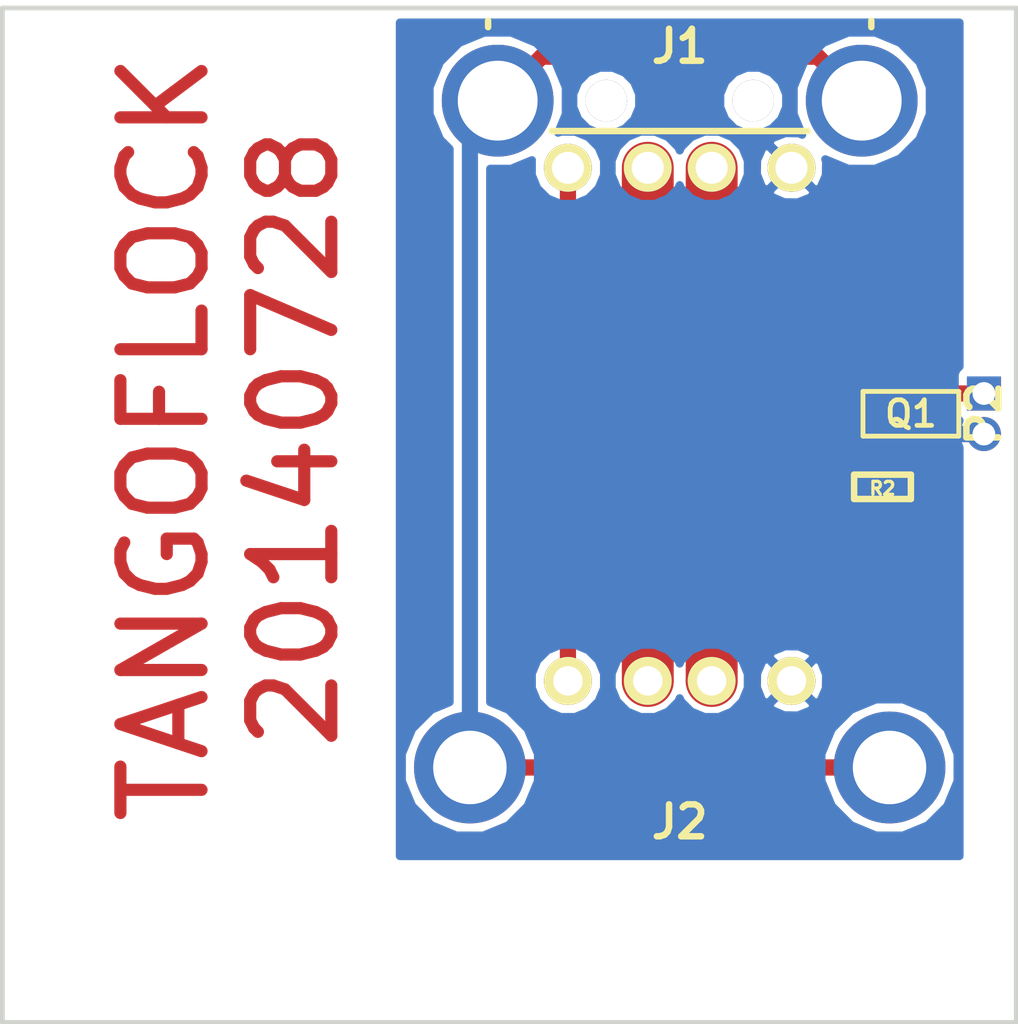
<source format=kicad_pcb>
(kicad_pcb (version 3) (host pcbnew "(2012-nov-02)-stable")

  (general
    (links 14)
    (no_connects 0)
    (area 69.115215 75.7468 108.481755 108.025001)
    (thickness 1.6)
    (drawings 6)
    (tracks 37)
    (zones 0)
    (modules 5)
    (nets 7)
  )

  (page A3)
  (layers
    (15 F.Cu signal)
    (0 B.Cu signal)
    (16 B.Adhes user)
    (17 F.Adhes user)
    (18 B.Paste user)
    (19 F.Paste user)
    (20 B.SilkS user)
    (21 F.SilkS user)
    (22 B.Mask user)
    (23 F.Mask user)
    (24 Dwgs.User user)
    (25 Cmts.User user)
    (26 Eco1.User user)
    (27 Eco2.User user)
    (28 Edge.Cuts user)
  )

  (setup
    (last_trace_width 0.508)
    (user_trace_width 1.6256)
    (trace_clearance 0.2032)
    (zone_clearance 0.254)
    (zone_45_only no)
    (trace_min 0.2032)
    (segment_width 0.15)
    (edge_width 0.15)
    (via_size 0.889)
    (via_drill 0.381)
    (via_min_size 0.889)
    (via_min_drill 0.381)
    (uvia_size 0.508)
    (uvia_drill 0.127)
    (uvias_allowed no)
    (uvia_min_size 0.508)
    (uvia_min_drill 0.127)
    (pcb_text_width 0.3)
    (pcb_text_size 1 1)
    (mod_edge_width 0.15)
    (mod_text_size 1 1)
    (mod_text_width 0.15)
    (pad_size 3.50012 3.50012)
    (pad_drill 2.3)
    (pad_to_mask_clearance 0.0762)
    (aux_axis_origin 0 0)
    (visible_elements FFFFFFBF)
    (pcbplotparams
      (layerselection 283672577)
      (usegerberextensions true)
      (excludeedgelayer true)
      (linewidth 152400)
      (plotframeref false)
      (viasonmask false)
      (mode 1)
      (useauxorigin false)
      (hpglpennumber 1)
      (hpglpenspeed 20)
      (hpglpendiameter 15)
      (hpglpenoverlay 2)
      (psnegative false)
      (psa4output false)
      (plotreference false)
      (plotvalue false)
      (plotothertext true)
      (plotinvisibletext false)
      (padsonsilk false)
      (subtractmaskfromsilk false)
      (outputformat 1)
      (mirror false)
      (drillshape 0)
      (scaleselection 1)
      (outputdirectory gerbers))
  )

  (net 0 "")
  (net 1 /DRAIN)
  (net 2 /GATE)
  (net 3 /SHIELD)
  (net 4 GND)
  (net 5 N-000001)
  (net 6 N-000002)

  (net_class Default "This is the default net class."
    (clearance 0.2032)
    (trace_width 0.508)
    (via_dia 0.889)
    (via_drill 0.381)
    (uvia_dia 0.508)
    (uvia_drill 0.127)
    (add_net "")
    (add_net /DRAIN)
    (add_net /GATE)
    (add_net /SHIELD)
    (add_net GND)
    (add_net N-000001)
    (add_net N-000002)
  )

  (module GSG-0402 (layer F.Cu) (tedit 53B03450) (tstamp 53B0360A)
    (at 103.759 91.186)
    (path /53703213)
    (solder_mask_margin 0.1016)
    (fp_text reference R2 (at 0 0.0508) (layer F.SilkS)
      (effects (font (size 0.4064 0.4064) (thickness 0.1016)))
    )
    (fp_text value 10k (at 0 0.0508) (layer F.SilkS) hide
      (effects (font (size 0.4064 0.4064) (thickness 0.1016)))
    )
    (fp_line (start 0.889 -0.381) (end 0.889 0.381) (layer F.SilkS) (width 0.2032))
    (fp_line (start 0.889 0.381) (end -0.889 0.381) (layer F.SilkS) (width 0.2032))
    (fp_line (start -0.889 0.381) (end -0.889 -0.381) (layer F.SilkS) (width 0.2032))
    (fp_line (start -0.889 -0.381) (end 0.889 -0.381) (layer F.SilkS) (width 0.2032))
    (pad 2 smd rect (at 0.5334 0) (size 0.508 0.5588)
      (layers F.Cu F.Paste F.Mask)
      (net 4 GND)
      (solder_mask_margin 0.1016)
    )
    (pad 1 smd rect (at -0.5334 0) (size 0.508 0.5588)
      (layers F.Cu F.Paste F.Mask)
      (net 2 /GATE)
      (die_length -2147.483648)
      (solder_mask_margin 0.1016)
    )
  )

  (module GSG-50MIL-HEADER-1x2-TH (layer F.Cu) (tedit 53B03A6B) (tstamp 53B035FA)
    (at 106.934 88.9 270)
    (path /53B03152)
    (fp_text reference P2 (at 0 0 270) (layer F.SilkS)
      (effects (font (size 1.00076 1.00076) (thickness 0.2032)))
    )
    (fp_text value ANTENNA (at 0 0 270) (layer F.SilkS) hide
      (effects (font (size 1.00076 1.00076) (thickness 0.2032)))
    )
    (pad 1 thru_hole rect (at -0.635 0 270) (size 1.0668 1.0668) (drill 0.7112)
      (layers *.Cu *.Mask)
      (net 1 /DRAIN)
    )
    (pad 2 thru_hole circle (at 0.635 0 270) (size 1.0668 1.0668) (drill 0.7112)
      (layers *.Cu *.Mask)
      (net 4 GND)
    )
  )

  (module GSG-SOT143B-GDS (layer F.Cu) (tedit 53D5C311) (tstamp 53B035F4)
    (at 104.648 88.9)
    (path /5370319E)
    (fp_text reference Q1 (at 0 0) (layer F.SilkS)
      (effects (font (size 0.8 0.8) (thickness 0.15)))
    )
    (fp_text value MOSFET_N (at 0 0) (layer F.SilkS) hide
      (effects (font (size 0.8 0.8) (thickness 0.15)))
    )
    (fp_line (start -1.5 -0.7) (end 1.5 -0.7) (layer F.SilkS) (width 0.15))
    (fp_line (start 1.5 -0.7) (end 1.5 0.7) (layer F.SilkS) (width 0.15))
    (fp_line (start 1.5 0.7) (end -1.5 0.7) (layer F.SilkS) (width 0.15))
    (fp_line (start -1.5 0.7) (end -1.5 -0.7) (layer F.SilkS) (width 0.15))
    (pad B smd rect (at -0.75 1) (size 1 0.7)
      (layers F.Cu F.Paste F.Mask)
      (net 4 GND)
    )
    (pad S smd rect (at 0.95 1) (size 0.6 0.7)
      (layers F.Cu F.Paste F.Mask)
      (net 4 GND)
    )
    (pad D smd rect (at 0.95 -1) (size 0.6 0.7)
      (layers F.Cu F.Paste F.Mask)
      (net 1 /DRAIN)
    )
    (pad G smd rect (at -0.95 -1) (size 0.6 0.7)
      (layers F.Cu F.Paste F.Mask)
      (net 2 /GATE)
    )
  )

  (module GSG-USB-A-1001-010-01001-SHIELD (layer F.Cu) (tedit 53D68F31) (tstamp 53D68F5A)
    (at 97.409 76.2 180)
    (path /53D68D76)
    (fp_text reference J1 (at 0 -1.19888 180) (layer F.SilkS)
      (effects (font (size 1.00076 1.00076) (thickness 0.2032)))
    )
    (fp_text value USB-DEVICE-SHIELD (at 0 -2.99974 180) (layer F.SilkS) hide
      (effects (font (size 1.00076 1.00076) (thickness 0.2032)))
    )
    (fp_line (start 5.99948 -0.39878) (end 5.99948 -0.59944) (layer F.SilkS) (width 0.2032))
    (fp_line (start -5.99948 -0.39878) (end -5.99948 -0.59944) (layer F.SilkS) (width 0.2032))
    (fp_line (start 4.0005 -3.85064) (end -4.0005 -3.85064) (layer F.SilkS) (width 0.2032))
    (pad 1 thru_hole circle (at 3.50012 -5.00126 180) (size 1.50114 1.50114) (drill 1.00076)
      (layers *.Cu *.Mask F.SilkS)
      (net 5 N-000001)
    )
    (pad 2 thru_hole circle (at 1.00076 -5.00126 180) (size 1.50114 1.50114) (drill 1.00076)
      (layers *.Cu *.Mask F.SilkS)
      (net 6 N-000002)
    )
    (pad 3 thru_hole circle (at -1.00076 -5.00126 180) (size 1.50114 1.50114) (drill 1.00076)
      (layers *.Cu *.Mask F.SilkS)
      (net 2 /GATE)
    )
    (pad 4 thru_hole circle (at -3.50012 -5.00126 180) (size 1.50114 1.50114) (drill 1.00076)
      (layers *.Cu *.Mask F.SilkS)
      (net 4 GND)
    )
    (pad "" thru_hole circle (at 2.30124 -2.90068 180) (size 1.30048 1.30048) (drill 1.30048)
      (layers *.Cu *.Mask)
      (clearance -0.09906)
    )
    (pad "" thru_hole circle (at -2.30124 -2.90068 180) (size 1.30048 1.30048) (drill 1.30048)
      (layers *.Cu *.Mask)
      (clearance -0.09906)
    )
    (pad 5 thru_hole circle (at 5.69976 -2.90068 180) (size 3.50012 3.50012) (drill 2.49936)
      (layers *.Cu *.Mask)
      (net 3 /SHIELD)
    )
    (pad 5 thru_hole circle (at -5.69976 -2.90068 180) (size 3.50012 3.50012) (drill 2.49936)
      (layers *.Cu *.Mask)
      (net 3 /SHIELD)
    )
  )

  (module GSG-USB-A1HSW6 (layer F.Cu) (tedit 53D690DD) (tstamp 53D68F69)
    (at 97.409 102.87)
    (path /53D68D8D)
    (fp_text reference J2 (at 0 -1.19888) (layer F.SilkS)
      (effects (font (size 1.00076 1.00076) (thickness 0.2032)))
    )
    (fp_text value USB-DEVICE-SHIELD (at 0 -2.99974) (layer F.SilkS) hide
      (effects (font (size 1.00076 1.00076) (thickness 0.2032)))
    )
    (pad 4 thru_hole circle (at 3.5 -5.61) (size 1.5 1.5) (drill 0.92)
      (layers *.Cu *.Mask F.SilkS)
      (net 4 GND)
    )
    (pad 3 thru_hole circle (at 1 -5.61) (size 1.5 1.5) (drill 0.92)
      (layers *.Cu *.Mask F.SilkS)
      (net 2 /GATE)
    )
    (pad 2 thru_hole circle (at -1 -5.61) (size 1.5 1.5) (drill 0.92)
      (layers *.Cu *.Mask F.SilkS)
      (net 6 N-000002)
    )
    (pad 1 thru_hole circle (at -3.5 -5.61) (size 1.5 1.5) (drill 0.92)
      (layers *.Cu *.Mask F.SilkS)
      (net 5 N-000001)
    )
    (pad 5 thru_hole circle (at 6.57 -2.9) (size 3.5 3.5) (drill 2.3)
      (layers *.Cu *.Mask)
      (net 3 /SHIELD)
    )
    (pad 5 thru_hole circle (at -6.57 -2.9) (size 3.50012 3.50012) (drill 2.3)
      (layers *.Cu *.Mask)
      (net 3 /SHIELD)
    )
  )

  (gr_line (start 76.2 107.95) (end 76.2 76.2) (angle 90) (layer Edge.Cuts) (width 0.15))
  (gr_line (start 107.95 107.95) (end 76.2 107.95) (angle 90) (layer Edge.Cuts) (width 0.15))
  (gr_line (start 107.95 76.2) (end 107.95 107.95) (angle 90) (layer Edge.Cuts) (width 0.15))
  (gr_line (start 76.2 76.2) (end 107.95 76.2) (angle 90) (layer Edge.Cuts) (width 0.15))
  (gr_text 20140728 (at 85.344 89.662 90) (layer F.Cu)
    (effects (font (size 2.54 2.54) (thickness 0.381)))
  )
  (gr_text TANGOFLOCK (at 81.28 89.662 90) (layer F.Cu)
    (effects (font (size 2.54 2.54) (thickness 0.381)))
  )

  (segment (start 106.934 88.265) (end 105.963 88.265) (width 0.508) (layer F.Cu) (net 1))
  (segment (start 105.963 88.265) (end 105.598 87.9) (width 0.508) (layer F.Cu) (net 1) (tstamp 53D70E20))
  (segment (start 102.5906 89.363) (end 102.5906 90.551) (width 0.508) (layer F.Cu) (net 2))
  (segment (start 102.5906 90.551) (end 103.2256 91.186) (width 0.508) (layer F.Cu) (net 2) (tstamp 53D70E46))
  (segment (start 102.5906 89.363) (end 102.5906 89.0074) (width 0.508) (layer F.Cu) (net 2))
  (segment (start 102.5906 89.0074) (end 103.698 87.9) (width 0.508) (layer F.Cu) (net 2) (tstamp 53D70E2D))
  (segment (start 102.362 89.5916) (end 98.40976 89.5916) (width 0.508) (layer F.Cu) (net 2))
  (segment (start 98.298 89.662) (end 98.40976 89.662) (width 0.508) (layer F.Cu) (net 2) (tstamp 53D6F2F6))
  (segment (start 98.33936 89.662) (end 98.298 89.662) (width 0.508) (layer F.Cu) (net 2) (tstamp 53D6F2F5))
  (segment (start 98.40976 89.5916) (end 98.33936 89.662) (width 0.508) (layer F.Cu) (net 2) (tstamp 53D6F2F4))
  (segment (start 98.40976 93.935) (end 98.40396 93.9292) (width 0.508) (layer F.Cu) (net 2) (tstamp 53D6F1F6))
  (segment (start 98.3996 93.9292) (end 98.40976 93.9292) (width 0.508) (layer F.Cu) (net 2) (tstamp 53D6F197))
  (segment (start 98.40396 93.9292) (end 98.3996 93.9292) (width 0.508) (layer F.Cu) (net 2) (tstamp 53D6F196))
  (segment (start 98.40976 93.935) (end 98.40396 93.9292) (width 0.508) (layer F.Cu) (net 2) (tstamp 53D6F195))
  (segment (start 98.40976 81.20126) (end 98.40976 89.662) (width 1.6256) (layer F.Cu) (net 2))
  (segment (start 98.40976 89.662) (end 98.40976 93.9292) (width 1.6256) (layer F.Cu) (net 2) (tstamp 53D6F2F7))
  (segment (start 98.40976 93.9292) (end 98.40976 97.25924) (width 1.6256) (layer F.Cu) (net 2) (tstamp 53D6F198))
  (segment (start 98.40976 97.25924) (end 98.409 97.26) (width 1.6256) (layer F.Cu) (net 2) (tstamp 53D6F12F))
  (segment (start 102.5906 89.363) (end 102.362 89.5916) (width 0.508) (layer F.Cu) (net 2) (tstamp 53D6EDBC))
  (segment (start 103.10876 79.10068) (end 101.73208 77.724) (width 0.508) (layer F.Cu) (net 3))
  (segment (start 93.08592 77.724) (end 91.70924 79.10068) (width 0.508) (layer F.Cu) (net 3) (tstamp 53D70E6A))
  (segment (start 101.73208 77.724) (end 93.08592 77.724) (width 0.508) (layer F.Cu) (net 3) (tstamp 53D70E67))
  (segment (start 103.979 99.97) (end 90.839 99.97) (width 0.508) (layer F.Cu) (net 3))
  (segment (start 90.839 99.97) (end 90.839 79.97092) (width 0.508) (layer B.Cu) (net 3))
  (segment (start 90.839 79.97092) (end 91.70924 79.10068) (width 0.508) (layer B.Cu) (net 3) (tstamp 53D6EDF7))
  (segment (start 103.898 89.9) (end 104.124 89.9) (width 0.508) (layer F.Cu) (net 4) (status C00000))
  (segment (start 104.124 89.9) (end 104.861 90.637) (width 0.508) (layer F.Cu) (net 4) (tstamp 53EAECFF) (status 400000))
  (segment (start 104.2924 91.186) (end 104.312 91.186) (width 0.508) (layer F.Cu) (net 4))
  (segment (start 104.312 91.186) (end 104.861 90.637) (width 0.508) (layer F.Cu) (net 4) (tstamp 53D70E4A))
  (segment (start 104.861 90.637) (end 105.598 89.9) (width 0.508) (layer F.Cu) (net 4) (tstamp 53EAED04))
  (segment (start 106.934 89.535) (end 105.963 89.535) (width 0.508) (layer F.Cu) (net 4))
  (segment (start 105.963 89.535) (end 105.598 89.9) (width 0.508) (layer F.Cu) (net 4) (tstamp 53D70E24))
  (segment (start 106.934 89.535) (end 105.918 89.535) (width 0.508) (layer B.Cu) (net 4))
  (segment (start 93.90888 97.25988) (end 93.909 97.26) (width 0.508) (layer F.Cu) (net 5) (tstamp 53D6EB93))
  (segment (start 93.90888 81.20126) (end 93.90888 97.25988) (width 0.508) (layer F.Cu) (net 5))
  (segment (start 96.40824 81.20126) (end 96.40824 97.25924) (width 1.6256) (layer F.Cu) (net 6))
  (segment (start 96.40824 97.25924) (end 96.409 97.26) (width 1.6256) (layer F.Cu) (net 6) (tstamp 53D6F137))

  (zone (net 4) (net_name GND) (layer B.Cu) (tstamp 53D6EB7F) (hatch edge 0.508)
    (connect_pads (clearance 0.254))
    (min_thickness 0.254)
    (fill (arc_segments 16) (thermal_gap 0.2032) (thermal_bridge_width 0.3048))
    (polygon
      (pts
        (xy 88.519 102.87) (xy 106.299 102.87) (xy 106.299 76.2) (xy 88.519 76.2)
      )
    )
    (filled_polygon
      (pts
        (xy 106.172 102.743) (xy 106.110368 102.743) (xy 106.110368 99.547978) (xy 105.786627 98.764463) (xy 105.240188 98.217069)
        (xy 105.240188 78.678646) (xy 104.916437 77.895109) (xy 104.317484 77.295109) (xy 103.534514 76.969992) (xy 102.686726 76.969252)
        (xy 101.903189 77.293003) (xy 101.303189 77.891956) (xy 100.978072 78.674926) (xy 100.977332 79.522714) (xy 101.244199 80.168581)
        (xy 101.141597 80.12412) (xy 100.741658 80.117632) (xy 100.741658 78.896454) (xy 100.584992 78.517293) (xy 100.295153 78.226947)
        (xy 99.916266 78.06962) (xy 99.506014 78.069262) (xy 99.126853 78.225928) (xy 98.836507 78.515767) (xy 98.67918 78.894654)
        (xy 98.678822 79.304906) (xy 98.835488 79.684067) (xy 99.125327 79.974413) (xy 99.504214 80.13174) (xy 99.914466 80.132098)
        (xy 100.293627 79.975432) (xy 100.583973 79.685593) (xy 100.7413 79.306706) (xy 100.741658 78.896454) (xy 100.741658 80.117632)
        (xy 100.711696 80.117147) (xy 100.311852 80.275222) (xy 100.282135 80.295077) (xy 100.206485 80.462704) (xy 100.819317 81.075536)
        (xy 100.90912 81.165339) (xy 100.945041 81.20126) (xy 101.034844 81.291063) (xy 101.647676 81.903895) (xy 101.815303 81.828245)
        (xy 101.98626 81.433737) (xy 101.993233 81.003836) (xy 101.96538 80.933384) (xy 102.683006 81.231368) (xy 103.530794 81.232108)
        (xy 104.314331 80.908357) (xy 104.914331 80.309404) (xy 105.239448 79.526434) (xy 105.240188 78.678646) (xy 105.240188 98.217069)
        (xy 105.18769 98.16448) (xy 104.404742 97.839371) (xy 103.556978 97.838632) (xy 102.773463 98.162373) (xy 102.17348 98.76131)
        (xy 101.992541 99.197058) (xy 101.992541 97.062668) (xy 101.834546 96.663036) (xy 101.814713 96.633356) (xy 101.647145 96.557776)
        (xy 101.611755 96.593166) (xy 101.611755 81.939816) (xy 100.90912 81.237181) (xy 100.873199 81.273102) (xy 100.873199 81.20126)
        (xy 100.170564 80.498625) (xy 100.002937 80.574275) (xy 99.83198 80.968783) (xy 99.825007 81.398684) (xy 99.983082 81.798528)
        (xy 100.002937 81.828245) (xy 100.170564 81.903895) (xy 100.873199 81.20126) (xy 100.873199 81.273102) (xy 100.206485 81.939816)
        (xy 100.282135 82.107443) (xy 100.676643 82.2784) (xy 101.106544 82.285373) (xy 101.506388 82.127298) (xy 101.536105 82.107443)
        (xy 101.611755 81.939816) (xy 101.611755 96.593166) (xy 101.611224 96.593697) (xy 101.611224 96.521855) (xy 101.535644 96.354287)
        (xy 101.141342 96.183424) (xy 100.711668 96.176459) (xy 100.312036 96.334454) (xy 100.282356 96.354287) (xy 100.206776 96.521855)
        (xy 100.909 97.224079) (xy 101.611224 96.521855) (xy 101.611224 96.593697) (xy 100.944921 97.26) (xy 101.647145 97.962224)
        (xy 101.814713 97.886644) (xy 101.985576 97.492342) (xy 101.992541 97.062668) (xy 101.992541 99.197058) (xy 101.848371 99.544258)
        (xy 101.847632 100.392022) (xy 102.171373 101.175537) (xy 102.77031 101.77552) (xy 103.553258 102.100629) (xy 104.401022 102.101368)
        (xy 105.184537 101.777627) (xy 105.78452 101.17869) (xy 106.109629 100.395742) (xy 106.110368 99.547978) (xy 106.110368 102.743)
        (xy 101.611224 102.743) (xy 101.611224 97.998145) (xy 100.909 97.295921) (xy 100.873079 97.331842) (xy 100.873079 97.26)
        (xy 100.170855 96.557776) (xy 100.003287 96.633356) (xy 99.832424 97.027658) (xy 99.825459 97.457332) (xy 99.983454 97.856964)
        (xy 100.003287 97.886644) (xy 100.170855 97.962224) (xy 100.873079 97.26) (xy 100.873079 97.331842) (xy 100.206776 97.998145)
        (xy 100.282356 98.165713) (xy 100.676658 98.336576) (xy 101.106332 98.343541) (xy 101.505964 98.185546) (xy 101.535644 98.165713)
        (xy 101.611224 97.998145) (xy 101.611224 102.743) (xy 99.541525 102.743) (xy 99.541525 80.977164) (xy 99.369617 80.561115)
        (xy 99.051579 80.242522) (xy 98.635831 80.069888) (xy 98.185664 80.069495) (xy 97.769615 80.241403) (xy 97.451022 80.559441)
        (xy 97.40911 80.660375) (xy 97.368097 80.561115) (xy 97.050059 80.242522) (xy 96.634311 80.069888) (xy 96.184144 80.069495)
        (xy 96.139178 80.088074) (xy 96.139178 78.896454) (xy 95.982512 78.517293) (xy 95.692673 78.226947) (xy 95.313786 78.06962)
        (xy 94.903534 78.069262) (xy 94.524373 78.225928) (xy 94.234027 78.515767) (xy 94.0767 78.894654) (xy 94.076342 79.304906)
        (xy 94.233008 79.684067) (xy 94.522847 79.974413) (xy 94.901734 80.13174) (xy 95.311986 80.132098) (xy 95.691147 79.975432)
        (xy 95.981493 79.685593) (xy 96.13882 79.306706) (xy 96.139178 78.896454) (xy 96.139178 80.088074) (xy 95.768095 80.241403)
        (xy 95.449502 80.559441) (xy 95.276868 80.975189) (xy 95.276475 81.425356) (xy 95.448383 81.841405) (xy 95.766421 82.159998)
        (xy 96.182169 82.332632) (xy 96.632336 82.333025) (xy 97.048385 82.161117) (xy 97.366978 81.843079) (xy 97.408889 81.742144)
        (xy 97.449903 81.841405) (xy 97.767941 82.159998) (xy 98.183689 82.332632) (xy 98.633856 82.333025) (xy 99.049905 82.161117)
        (xy 99.368498 81.843079) (xy 99.541132 81.427331) (xy 99.541525 80.977164) (xy 99.541525 102.743) (xy 99.540195 102.743)
        (xy 99.540195 97.036017) (xy 99.368374 96.620177) (xy 99.050496 96.301744) (xy 98.634957 96.129197) (xy 98.185017 96.128805)
        (xy 97.769177 96.300626) (xy 97.450744 96.618504) (xy 97.40911 96.718767) (xy 97.368374 96.620177) (xy 97.050496 96.301744)
        (xy 96.634957 96.129197) (xy 96.185017 96.128805) (xy 95.769177 96.300626) (xy 95.450744 96.618504) (xy 95.278197 97.034043)
        (xy 95.277805 97.483983) (xy 95.449626 97.899823) (xy 95.767504 98.218256) (xy 96.183043 98.390803) (xy 96.632983 98.391195)
        (xy 97.048823 98.219374) (xy 97.367256 97.901496) (xy 97.408889 97.801232) (xy 97.449626 97.899823) (xy 97.767504 98.218256)
        (xy 98.183043 98.390803) (xy 98.632983 98.391195) (xy 99.048823 98.219374) (xy 99.367256 97.901496) (xy 99.539803 97.485957)
        (xy 99.540195 97.036017) (xy 99.540195 102.743) (xy 95.040645 102.743) (xy 95.040645 80.977164) (xy 94.868737 80.561115)
        (xy 94.550699 80.242522) (xy 94.134951 80.069888) (xy 93.684784 80.069495) (xy 93.599859 80.104585) (xy 93.839928 79.526434)
        (xy 93.840668 78.678646) (xy 93.516917 77.895109) (xy 92.917964 77.295109) (xy 92.134994 76.969992) (xy 91.287206 76.969252)
        (xy 90.503669 77.293003) (xy 89.903669 77.891956) (xy 89.578552 78.674926) (xy 89.577812 79.522714) (xy 89.901563 80.306251)
        (xy 90.204 80.609216) (xy 90.204 97.926567) (xy 89.633429 98.162323) (xy 89.033429 98.761276) (xy 88.708312 99.544246)
        (xy 88.707572 100.392034) (xy 89.031323 101.175571) (xy 89.630276 101.775571) (xy 90.413246 102.100688) (xy 91.261034 102.101428)
        (xy 92.044571 101.777677) (xy 92.644571 101.178724) (xy 92.969688 100.395754) (xy 92.970428 99.547966) (xy 92.646677 98.764429)
        (xy 92.047724 98.164429) (xy 91.474 97.926198) (xy 91.474 81.231534) (xy 92.131274 81.232108) (xy 92.78257 80.962997)
        (xy 92.777508 80.975189) (xy 92.777115 81.425356) (xy 92.949023 81.841405) (xy 93.267061 82.159998) (xy 93.682809 82.332632)
        (xy 94.132976 82.333025) (xy 94.549025 82.161117) (xy 94.867618 81.843079) (xy 95.040252 81.427331) (xy 95.040645 80.977164)
        (xy 95.040645 102.743) (xy 95.040195 102.743) (xy 95.040195 97.036017) (xy 94.868374 96.620177) (xy 94.550496 96.301744)
        (xy 94.134957 96.129197) (xy 93.685017 96.128805) (xy 93.269177 96.300626) (xy 92.950744 96.618504) (xy 92.778197 97.034043)
        (xy 92.777805 97.483983) (xy 92.949626 97.899823) (xy 93.267504 98.218256) (xy 93.683043 98.390803) (xy 94.132983 98.391195)
        (xy 94.548823 98.219374) (xy 94.867256 97.901496) (xy 95.039803 97.485957) (xy 95.040195 97.036017) (xy 95.040195 102.743)
        (xy 88.646 102.743) (xy 88.646 76.656) (xy 106.172 76.656) (xy 106.172 87.421456) (xy 106.077792 87.515499)
        (xy 106.019666 87.655482) (xy 106.019534 87.807053) (xy 106.019534 88.873853) (xy 106.077416 89.013937) (xy 106.172 89.108687)
        (xy 106.172 89.12031) (xy 106.072239 89.354231) (xy 106.06866 89.697773) (xy 106.172 89.954801) (xy 106.172 102.743)
      )
    )
  )
)

</source>
